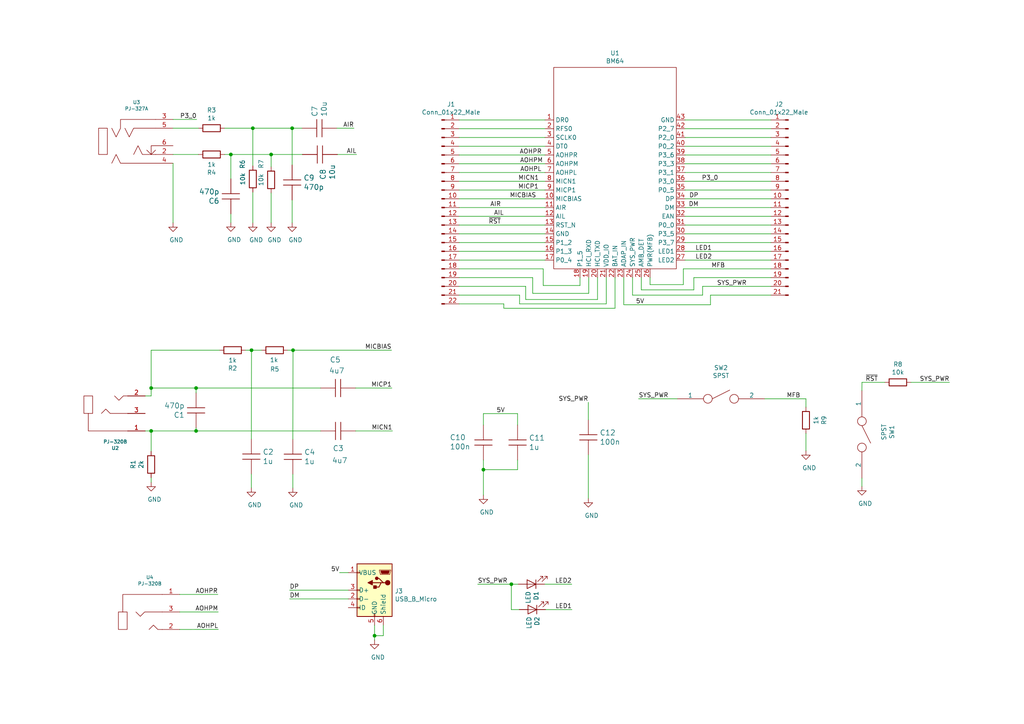
<source format=kicad_sch>
(kicad_sch (version 20200602) (host eeschema "5.99.0-unknown-6083c08~88~ubuntu18.04.1")
  (page 1 1)
  (paper "A4")
  (lib_symbols
    (symbol "BM64_adapter-rescue:BM64-BM64"
      (property "Reference" "U" (at 0 30.48 0))
      (property "Value" "BM64-BM64" (at 0 35.56 0))
      (symbol "BM64-BM64_0_1"
        (rectangle (start -17.78 -17.78) (end 17.78 40.64))
      )
      (symbol "BM64-BM64_1_1"
        (pin bidirectional line (at -20.32 25.4 0) (length 2.54) (name "DR0") (number "1"))
        (pin bidirectional line (at -20.32 2.54 0) (length 2.54) (name "MICBIAS") (number "10"))
        (pin bidirectional line (at -20.32 0 0) (length 2.54) (name "AIR") (number "11"))
        (pin bidirectional line (at -20.32 -2.54 0) (length 2.54) (name "AIL") (number "12"))
        (pin bidirectional line (at -20.32 -5.08 0) (length 2.54) (name "RST_N") (number "13"))
        (pin power_in line (at -20.32 -7.62 0) (length 2.54) (name "GND") (number "14"))
        (pin bidirectional line (at -20.32 -10.16 0) (length 2.54) (name "P1_2") (number "15"))
        (pin bidirectional line (at -20.32 -12.7 0) (length 2.54) (name "P1_3") (number "16"))
        (pin bidirectional line (at -20.32 -15.24 0) (length 2.54) (name "P0_4") (number "17"))
        (pin bidirectional line (at -10.16 -20.32 90) (length 2.54) (name "P1_5") (number "18"))
        (pin bidirectional line (at -7.62 -20.32 90) (length 2.54) (name "HCI_RXD") (number "19"))
        (pin bidirectional line (at -20.32 22.86 0) (length 2.54) (name "RFS0") (number "2"))
        (pin bidirectional line (at -5.08 -20.32 90) (length 2.54) (name "HCI_TXD") (number "20"))
        (pin bidirectional line (at -2.54 -20.32 90) (length 2.54) (name "VDD_IO") (number "21"))
        (pin bidirectional line (at 0 -20.32 90) (length 2.54) (name "BAT_IN") (number "22"))
        (pin bidirectional line (at 2.54 -20.32 90) (length 2.54) (name "ADAP_IN") (number "23"))
        (pin bidirectional line (at 5.08 -20.32 90) (length 2.54) (name "SYS_PWR") (number "24"))
        (pin bidirectional line (at 7.62 -20.32 90) (length 2.54) (name "AMB_DET") (number "25"))
        (pin bidirectional line (at 10.16 -20.32 90) (length 2.54) (name "PWR(MFB)") (number "26"))
        (pin bidirectional line (at 20.32 -15.24 180) (length 2.54) (name "LED2") (number "27"))
        (pin bidirectional line (at 20.32 -12.7 180) (length 2.54) (name "LED1") (number "28"))
        (pin bidirectional line (at 20.32 -10.16 180) (length 2.54) (name "P3_7") (number "29"))
        (pin bidirectional line (at -20.32 20.32 0) (length 2.54) (name "SCLK0") (number "3"))
        (pin bidirectional line (at 20.32 -7.62 180) (length 2.54) (name "P3_5") (number "30"))
        (pin bidirectional line (at 20.32 -5.08 180) (length 2.54) (name "P0_0") (number "31"))
        (pin bidirectional line (at 20.32 -2.54 180) (length 2.54) (name "EAN") (number "32"))
        (pin bidirectional line (at 20.32 0 180) (length 2.54) (name "DM") (number "33"))
        (pin bidirectional line (at 20.32 2.54 180) (length 2.54) (name "DP") (number "34"))
        (pin bidirectional line (at 20.32 5.08 180) (length 2.54) (name "P0_5") (number "35"))
        (pin bidirectional line (at 20.32 7.62 180) (length 2.54) (name "P3_0") (number "36"))
        (pin bidirectional line (at 20.32 10.16 180) (length 2.54) (name "P3_1") (number "37"))
        (pin bidirectional line (at 20.32 12.7 180) (length 2.54) (name "P3_3") (number "38"))
        (pin bidirectional line (at 20.32 15.24 180) (length 2.54) (name "P3_6") (number "39"))
        (pin bidirectional line (at -20.32 17.78 0) (length 2.54) (name "DT0") (number "4"))
        (pin bidirectional line (at 20.32 17.78 180) (length 2.54) (name "P0_2") (number "40"))
        (pin bidirectional line (at 20.32 20.32 180) (length 2.54) (name "P2_0") (number "41"))
        (pin bidirectional line (at 20.32 22.86 180) (length 2.54) (name "P2_7") (number "42"))
        (pin bidirectional line (at 20.32 25.4 180) (length 2.54) (name "GND") (number "43"))
        (pin bidirectional line (at -20.32 15.24 0) (length 2.54) (name "AOHPR") (number "5"))
        (pin bidirectional line (at -20.32 12.7 0) (length 2.54) (name "AOHPM") (number "6"))
        (pin bidirectional line (at -20.32 10.16 0) (length 2.54) (name "AOHPL") (number "7"))
        (pin bidirectional line (at -20.32 7.62 0) (length 2.54) (name "MICN1") (number "8"))
        (pin bidirectional line (at -20.32 5.08 0) (length 2.54) (name "MICP1") (number "9"))
      )
    )
    (symbol "Connector:Conn_01x21_Male" (pin_names hide)
      (property "Reference" "J" (at 0 27.94 0))
      (property "Value" "Conn_01x21_Male" (at 0 -27.94 0))
      (symbol "Conn_01x21_Male_1_1"
        (rectangle (start 0.8636 -25.273) (end 0 -25.527) (fill (type outline)))
        (rectangle (start 0.8636 -22.733) (end 0 -22.987) (fill (type outline)))
        (rectangle (start 0.8636 -20.193) (end 0 -20.447) (fill (type outline)))
        (rectangle (start 0.8636 -17.653) (end 0 -17.907) (fill (type outline)))
        (rectangle (start 0.8636 -15.113) (end 0 -15.367) (fill (type outline)))
        (rectangle (start 0.8636 -12.573) (end 0 -12.827) (fill (type outline)))
        (rectangle (start 0.8636 -10.033) (end 0 -10.287) (fill (type outline)))
        (rectangle (start 0.8636 -7.493) (end 0 -7.747) (fill (type outline)))
        (rectangle (start 0.8636 -4.953) (end 0 -5.207) (fill (type outline)))
        (rectangle (start 0.8636 -2.413) (end 0 -2.667) (fill (type outline)))
        (rectangle (start 0.8636 0.127) (end 0 -0.127) (fill (type outline)))
        (rectangle (start 0.8636 2.667) (end 0 2.413) (fill (type outline)))
        (rectangle (start 0.8636 5.207) (end 0 4.953) (fill (type outline)))
        (rectangle (start 0.8636 7.747) (end 0 7.493) (fill (type outline)))
        (rectangle (start 0.8636 10.287) (end 0 10.033) (fill (type outline)))
        (rectangle (start 0.8636 12.827) (end 0 12.573) (fill (type outline)))
        (rectangle (start 0.8636 15.367) (end 0 15.113) (fill (type outline)))
        (rectangle (start 0.8636 17.907) (end 0 17.653) (fill (type outline)))
        (rectangle (start 0.8636 20.447) (end 0 20.193) (fill (type outline)))
        (rectangle (start 0.8636 22.987) (end 0 22.733) (fill (type outline)))
        (rectangle (start 0.8636 25.527) (end 0 25.273) (fill (type outline)))
        (polyline (pts (xy 1.27 -25.4) (xy 0.8636 -25.4)))
        (polyline (pts (xy 1.27 -22.86) (xy 0.8636 -22.86)))
        (polyline (pts (xy 1.27 -20.32) (xy 0.8636 -20.32)))
        (polyline (pts (xy 1.27 -17.78) (xy 0.8636 -17.78)))
        (polyline (pts (xy 1.27 -15.24) (xy 0.8636 -15.24)))
        (polyline (pts (xy 1.27 -12.7) (xy 0.8636 -12.7)))
        (polyline (pts (xy 1.27 -10.16) (xy 0.8636 -10.16)))
        (polyline (pts (xy 1.27 -7.62) (xy 0.8636 -7.62)))
        (polyline (pts (xy 1.27 -5.08) (xy 0.8636 -5.08)))
        (polyline (pts (xy 1.27 -2.54) (xy 0.8636 -2.54)))
        (polyline (pts (xy 1.27 0) (xy 0.8636 0)))
        (polyline (pts (xy 1.27 2.54) (xy 0.8636 2.54)))
        (polyline (pts (xy 1.27 5.08) (xy 0.8636 5.08)))
        (polyline (pts (xy 1.27 7.62) (xy 0.8636 7.62)))
        (polyline (pts (xy 1.27 10.16) (xy 0.8636 10.16)))
        (polyline (pts (xy 1.27 12.7) (xy 0.8636 12.7)))
        (polyline (pts (xy 1.27 15.24) (xy 0.8636 15.24)))
        (polyline (pts (xy 1.27 17.78) (xy 0.8636 17.78)))
        (polyline (pts (xy 1.27 20.32) (xy 0.8636 20.32)))
        (polyline (pts (xy 1.27 22.86) (xy 0.8636 22.86)))
        (polyline (pts (xy 1.27 25.4) (xy 0.8636 25.4)))
        (pin passive line (at 5.08 25.4 180) (length 3.81) (name "Pin_1") (number "1"))
        (pin passive line (at 5.08 2.54 180) (length 3.81) (name "Pin_10") (number "10"))
        (pin passive line (at 5.08 0 180) (length 3.81) (name "Pin_11") (number "11"))
        (pin passive line (at 5.08 -2.54 180) (length 3.81) (name "Pin_12") (number "12"))
        (pin passive line (at 5.08 -5.08 180) (length 3.81) (name "Pin_13") (number "13"))
        (pin passive line (at 5.08 -7.62 180) (length 3.81) (name "Pin_14") (number "14"))
        (pin passive line (at 5.08 -10.16 180) (length 3.81) (name "Pin_15") (number "15"))
        (pin passive line (at 5.08 -12.7 180) (length 3.81) (name "Pin_16") (number "16"))
        (pin passive line (at 5.08 -15.24 180) (length 3.81) (name "Pin_17") (number "17"))
        (pin passive line (at 5.08 -17.78 180) (length 3.81) (name "Pin_18") (number "18"))
        (pin passive line (at 5.08 -20.32 180) (length 3.81) (name "Pin_19") (number "19"))
        (pin passive line (at 5.08 22.86 180) (length 3.81) (name "Pin_2") (number "2"))
        (pin passive line (at 5.08 -22.86 180) (length 3.81) (name "Pin_20") (number "20"))
        (pin passive line (at 5.08 -25.4 180) (length 3.81) (name "Pin_21") (number "21"))
        (pin passive line (at 5.08 20.32 180) (length 3.81) (name "Pin_3") (number "3"))
        (pin passive line (at 5.08 17.78 180) (length 3.81) (name "Pin_4") (number "4"))
        (pin passive line (at 5.08 15.24 180) (length 3.81) (name "Pin_5") (number "5"))
        (pin passive line (at 5.08 12.7 180) (length 3.81) (name "Pin_6") (number "6"))
        (pin passive line (at 5.08 10.16 180) (length 3.81) (name "Pin_7") (number "7"))
        (pin passive line (at 5.08 7.62 180) (length 3.81) (name "Pin_8") (number "8"))
        (pin passive line (at 5.08 5.08 180) (length 3.81) (name "Pin_9") (number "9"))
      )
    )
    (symbol "Connector:Conn_01x22_Male" (pin_names hide)
      (property "Reference" "J" (at 0 27.94 0))
      (property "Value" "Conn_01x22_Male" (at 0 -30.48 0))
      (symbol "Conn_01x22_Male_1_1"
        (rectangle (start 0.8636 -27.813) (end 0 -28.067) (fill (type outline)))
        (rectangle (start 0.8636 -25.273) (end 0 -25.527) (fill (type outline)))
        (rectangle (start 0.8636 -22.733) (end 0 -22.987) (fill (type outline)))
        (rectangle (start 0.8636 -20.193) (end 0 -20.447) (fill (type outline)))
        (rectangle (start 0.8636 -17.653) (end 0 -17.907) (fill (type outline)))
        (rectangle (start 0.8636 -15.113) (end 0 -15.367) (fill (type outline)))
        (rectangle (start 0.8636 -12.573) (end 0 -12.827) (fill (type outline)))
        (rectangle (start 0.8636 -10.033) (end 0 -10.287) (fill (type outline)))
        (rectangle (start 0.8636 -7.493) (end 0 -7.747) (fill (type outline)))
        (rectangle (start 0.8636 -4.953) (end 0 -5.207) (fill (type outline)))
        (rectangle (start 0.8636 -2.413) (end 0 -2.667) (fill (type outline)))
        (rectangle (start 0.8636 0.127) (end 0 -0.127) (fill (type outline)))
        (rectangle (start 0.8636 2.667) (end 0 2.413) (fill (type outline)))
        (rectangle (start 0.8636 5.207) (end 0 4.953) (fill (type outline)))
        (rectangle (start 0.8636 7.747) (end 0 7.493) (fill (type outline)))
        (rectangle (start 0.8636 10.287) (end 0 10.033) (fill (type outline)))
        (rectangle (start 0.8636 12.827) (end 0 12.573) (fill (type outline)))
        (rectangle (start 0.8636 15.367) (end 0 15.113) (fill (type outline)))
        (rectangle (start 0.8636 17.907) (end 0 17.653) (fill (type outline)))
        (rectangle (start 0.8636 20.447) (end 0 20.193) (fill (type outline)))
        (rectangle (start 0.8636 22.987) (end 0 22.733) (fill (type outline)))
        (rectangle (start 0.8636 25.527) (end 0 25.273) (fill (type outline)))
        (polyline (pts (xy 1.27 -27.94) (xy 0.8636 -27.94)))
        (polyline (pts (xy 1.27 -25.4) (xy 0.8636 -25.4)))
        (polyline (pts (xy 1.27 -22.86) (xy 0.8636 -22.86)))
        (polyline (pts (xy 1.27 -20.32) (xy 0.8636 -20.32)))
        (polyline (pts (xy 1.27 -17.78) (xy 0.8636 -17.78)))
        (polyline (pts (xy 1.27 -15.24) (xy 0.8636 -15.24)))
        (polyline (pts (xy 1.27 -12.7) (xy 0.8636 -12.7)))
        (polyline (pts (xy 1.27 -10.16) (xy 0.8636 -10.16)))
        (polyline (pts (xy 1.27 -7.62) (xy 0.8636 -7.62)))
        (polyline (pts (xy 1.27 -5.08) (xy 0.8636 -5.08)))
        (polyline (pts (xy 1.27 -2.54) (xy 0.8636 -2.54)))
        (polyline (pts (xy 1.27 0) (xy 0.8636 0)))
        (polyline (pts (xy 1.27 2.54) (xy 0.8636 2.54)))
        (polyline (pts (xy 1.27 5.08) (xy 0.8636 5.08)))
        (polyline (pts (xy 1.27 7.62) (xy 0.8636 7.62)))
        (polyline (pts (xy 1.27 10.16) (xy 0.8636 10.16)))
        (polyline (pts (xy 1.27 12.7) (xy 0.8636 12.7)))
        (polyline (pts (xy 1.27 15.24) (xy 0.8636 15.24)))
        (polyline (pts (xy 1.27 17.78) (xy 0.8636 17.78)))
        (polyline (pts (xy 1.27 20.32) (xy 0.8636 20.32)))
        (polyline (pts (xy 1.27 22.86) (xy 0.8636 22.86)))
        (polyline (pts (xy 1.27 25.4) (xy 0.8636 25.4)))
        (pin passive line (at 5.08 25.4 180) (length 3.81) (name "Pin_1") (number "1"))
        (pin passive line (at 5.08 2.54 180) (length 3.81) (name "Pin_10") (number "10"))
        (pin passive line (at 5.08 0 180) (length 3.81) (name "Pin_11") (number "11"))
        (pin passive line (at 5.08 -2.54 180) (length 3.81) (name "Pin_12") (number "12"))
        (pin passive line (at 5.08 -5.08 180) (length 3.81) (name "Pin_13") (number "13"))
        (pin passive line (at 5.08 -7.62 180) (length 3.81) (name "Pin_14") (number "14"))
        (pin passive line (at 5.08 -10.16 180) (length 3.81) (name "Pin_15") (number "15"))
        (pin passive line (at 5.08 -12.7 180) (length 3.81) (name "Pin_16") (number "16"))
        (pin passive line (at 5.08 -15.24 180) (length 3.81) (name "Pin_17") (number "17"))
        (pin passive line (at 5.08 -17.78 180) (length 3.81) (name "Pin_18") (number "18"))
        (pin passive line (at 5.08 -20.32 180) (length 3.81) (name "Pin_19") (number "19"))
        (pin passive line (at 5.08 22.86 180) (length 3.81) (name "Pin_2") (number "2"))
        (pin passive line (at 5.08 -22.86 180) (length 3.81) (name "Pin_20") (number "20"))
        (pin passive line (at 5.08 -25.4 180) (length 3.81) (name "Pin_21") (number "21"))
        (pin passive line (at 5.08 -27.94 180) (length 3.81) (name "Pin_22") (number "22"))
        (pin passive line (at 5.08 20.32 180) (length 3.81) (name "Pin_3") (number "3"))
        (pin passive line (at 5.08 17.78 180) (length 3.81) (name "Pin_4") (number "4"))
        (pin passive line (at 5.08 15.24 180) (length 3.81) (name "Pin_5") (number "5"))
        (pin passive line (at 5.08 12.7 180) (length 3.81) (name "Pin_6") (number "6"))
        (pin passive line (at 5.08 10.16 180) (length 3.81) (name "Pin_7") (number "7"))
        (pin passive line (at 5.08 7.62 180) (length 3.81) (name "Pin_8") (number "8"))
        (pin passive line (at 5.08 5.08 180) (length 3.81) (name "Pin_9") (number "9"))
      )
    )
    (symbol "Connector:USB_B_Micro"
      (property "Reference" "J" (at -5.08 11.43 0))
      (property "Value" "USB_B_Micro" (at -5.08 8.89 0))
      (symbol "USB_B_Micro_0_1"
        (circle (center -3.81 2.159) (radius 0.635) (stroke (width 0.254)) (fill (type outline)))
        (circle (center -0.635 3.429) (radius 0.381) (stroke (width 0.254)) (fill (type outline)))
        (rectangle (start -5.08 -7.62) (end 5.08 7.62) (stroke (width 0.254)) (fill (type background)))
        (rectangle (start -0.127 -7.62) (end 0.127 -6.858))
        (rectangle (start 0.254 1.27) (end -0.508 0.508) (stroke (width 0.254)) (fill (type outline)))
        (rectangle (start 5.08 -5.207) (end 4.318 -4.953))
        (rectangle (start 5.08 -2.667) (end 4.318 -2.413))
        (rectangle (start 5.08 -0.127) (end 4.318 0.127))
        (rectangle (start 5.08 4.953) (end 4.318 5.207))
        (polyline (pts (xy -1.905 2.159) (xy 0.635 2.159)) (stroke (width 0.254)))
        (polyline (pts (xy -3.175 2.159) (xy -2.54 2.159) (xy -1.27 3.429) (xy -0.635 3.429)) (stroke (width 0.254)))
        (polyline (pts (xy -2.54 2.159) (xy -1.905 2.159) (xy -1.27 0.889) (xy 0 0.889)) (stroke (width 0.254)))
        (polyline (pts (xy 0.635 2.794) (xy 0.635 1.524) (xy 1.905 2.159) (xy 0.635 2.794)) (stroke (width 0.254)) (fill (type outline)))
        (polyline (pts (xy -4.318 5.588) (xy -1.778 5.588) (xy -2.032 4.826) (xy -4.064 4.826) (xy -4.318 5.588)) (fill (type outline)))
        (polyline (pts (xy -4.699 5.842) (xy -4.699 5.588) (xy -4.445 4.826) (xy -4.445 4.572) (xy -1.651 4.572) (xy -1.651 4.826) (xy -1.397 5.588) (xy -1.397 5.842) (xy -4.699 5.842)))
      )
      (symbol "USB_B_Micro_1_1"
        (pin power_out line (at 7.62 5.08 180) (length 2.54) (name "VBUS") (number "1"))
        (pin passive line (at 7.62 -2.54 180) (length 2.54) (name "D-") (number "2"))
        (pin passive line (at 7.62 0 180) (length 2.54) (name "D+") (number "3"))
        (pin passive line (at 7.62 -5.08 180) (length 2.54) (name "ID") (number "4"))
        (pin power_out line (at 0 -10.16 90) (length 2.54) (name "GND") (number "5"))
        (pin passive line (at -2.54 -10.16 90) (length 2.54) (name "Shield") (number "6"))
      )
    )
    (symbol "Device:LED" (pin_numbers hide) (pin_names hide)
      (property "Reference" "D" (at 0 2.54 0))
      (property "Value" "LED" (at 0 -2.54 0))
      (symbol "LED_0_1"
        (polyline (pts (xy -1.27 -1.27) (xy -1.27 1.27)) (stroke (width 0.2032)))
        (polyline (pts (xy -1.27 0) (xy 1.27 0)))
        (polyline (pts (xy 1.27 -1.27) (xy 1.27 1.27) (xy -1.27 0) (xy 1.27 -1.27)) (stroke (width 0.2032)))
        (polyline (pts (xy -3.048 -0.762) (xy -4.572 -2.286) (xy -3.81 -2.286) (xy -4.572 -2.286) (xy -4.572 -1.524)))
        (polyline (pts (xy -1.778 -0.762) (xy -3.302 -2.286) (xy -2.54 -2.286) (xy -3.302 -2.286) (xy -3.302 -1.524)))
      )
      (symbol "LED_1_1"
        (pin passive line (at -3.81 0 0) (length 2.54) (name "K") (number "1"))
        (pin passive line (at 3.81 0 180) (length 2.54) (name "A") (number "2"))
      )
    )
    (symbol "Device:R" (pin_numbers hide) (pin_names (offset 0))
      (property "Reference" "R" (at 2.032 0 90))
      (property "Value" "R" (at 0 0 90))
      (symbol "R_0_1"
        (rectangle (start -1.016 -2.54) (end 1.016 2.54) (stroke (width 0.254)))
      )
      (symbol "R_1_1"
        (pin passive line (at 0 3.81 270) (length 1.27) (name "~") (number "1"))
        (pin passive line (at 0 -3.81 90) (length 1.27) (name "~") (number "2"))
      )
    )
    (symbol "c:C" (pin_numbers hide) (pin_names (offset 0.254))
      (property "Reference" "C" (at 1.27 2.54 0))
      (property "Value" "C" (at 1.27 -2.54 0))
      (symbol "C_0_1"
        (polyline (pts (xy -2.54 -0.762) (xy 2.54 -0.762)) (stroke (width 0.2032)))
        (polyline (pts (xy -2.54 0.762) (xy 2.54 0.762)) (stroke (width 0.2032)))
      )
      (symbol "C_1_1"
        (pin passive line (at 0 5.08 270) (length 4.318) (name "~") (number "1"))
        (pin passive line (at 0 -5.08 90) (length 4.318) (name "~") (number "2"))
      )
    )
    (symbol "jacks:PJ-320B"
      (property "Reference" "U" (at 0 12.7 0))
      (property "Value" "PJ-320B" (at 0 11.43 0))
      (symbol "PJ-320B_0_1"
        (rectangle (start -5.08 2.54) (end -7.62 -2.54))
        (polyline (pts (xy 5.08 7.62) (xy -6.35 7.62) (xy -6.35 2.54)))
        (polyline (pts (xy 1.27 -2.54) (xy 2.54 -1.27) (xy 3.81 -2.54) (xy 5.08 -2.54)))
        (polyline (pts (xy 5.08 2.54) (xy 0 2.54) (xy -1.27 1.27) (xy -2.54 2.54)))
      )
      (symbol "PJ-320B_1_1"
        (pin output line (at 10.16 7.62 180) (length 5.08) (name "~") (number "1"))
        (pin output line (at 10.16 -2.54 180) (length 5.08) (name "~") (number "2"))
        (pin output line (at 10.16 2.54 180) (length 5.08) (name "~") (number "3"))
      )
    )
    (symbol "jacks:PJ-327A"
      (property "Reference" "U" (at -1.27 12.7 0))
      (property "Value" "PJ-327A" (at -1.27 10.16 0))
      (symbol "PJ-327A_0_1"
        (rectangle (start -8.89 5.08) (end -11.43 -2.54))
        (polyline (pts (xy 3.81 -2.54) (xy 5.08 -1.27)))
        (polyline (pts (xy -3.81 5.08) (xy -2.54 2.54) (xy -1.27 5.08) (xy 5.08 5.08)))
        (polyline (pts (xy 5.08 -5.08) (xy -5.08 -5.08) (xy -6.35 -2.54) (xy -7.62 -5.08)))
        (polyline (pts (xy 5.08 -2.54) (xy 1.27 -2.54) (xy 0 0) (xy -1.27 -2.54)))
        (polyline (pts (xy 5.08 0) (xy 3.81 0) (xy 3.81 -2.54) (xy 2.54 -1.27)))
        (polyline (pts (xy -7.62 5.08) (xy -6.35 2.54) (xy -5.08 5.08) (xy -5.08 7.62) (xy 5.08 7.62)))
      )
      (symbol "PJ-327A_1_1"
        (pin output line (at 10.16 -2.54 180) (length 5.08) (name "~") (number "2"))
        (pin output line (at 10.16 7.62 180) (length 5.08) (name "~") (number "3"))
        (pin output line (at 10.16 -5.08 180) (length 5.08) (name "~") (number "4"))
        (pin output line (at 10.16 5.08 180) (length 5.08) (name "~") (number "5"))
        (pin output line (at 10.16 0 180) (length 5.08) (name "~") (number "6"))
      )
    )
    (symbol "power:GND" (power) (pin_names (offset 0))
      (property "Value" "GND" (at 0 -3.81 0))
      (symbol "GND_0_1"
        (polyline (pts (xy 0 0) (xy 0 -1.27) (xy 1.27 -1.27) (xy 0 -2.54) (xy -1.27 -1.27) (xy 0 -1.27)))
      )
      (symbol "GND_1_1"
        (pin power_in line (at 0 0 270) (length 0) hide (name "GND") (number "1"))
      )
    )
    (symbol "tinkerforge:SPST" (pin_numbers hide) (pin_names (offset 0))
      (property "Reference" "SW" (at 0 2.54 0))
      (property "Value" "SPST" (at 0 -2.54 0))
      (symbol "SPST_0_0"
        (circle (center -3.81 0) (radius 1.27))
        (circle (center 3.81 0) (radius 1.27))
        (polyline (pts (xy -2.54 0) (xy 2.54 2.54)))
      )
      (symbol "SPST_1_1"
        (pin input line (at -12.7 0 0) (length 7.62) (name "1") (number "1"))
        (pin input line (at 12.7 0 180) (length 7.62) (name "2") (number "2"))
      )
    )
  )
  (junction (at 43.8404 112.5474))
  (junction (at 43.8404 124.9934))
  (junction (at 56.8706 112.5474))
  (junction (at 56.8706 124.9934))
  (junction (at 66.9544 44.8056))
  (junction (at 72.9488 101.5746))
  (junction (at 73.3298 37.1856))
  (junction (at 78.6384 44.8056))
  (junction (at 84.7344 37.1856))
  (junction (at 84.9884 101.5746))
  (junction (at 108.6358 184.3786))
  (junction (at 140.208 136.2202))
  (junction (at 148.3106 169.4434))
  (wire (pts (xy 42.1132 114.8334) (xy 43.8404 114.8334)))
  (wire (pts (xy 42.1132 124.9934) (xy 43.8404 124.9934)))
  (wire (pts (xy 43.8404 101.5746) (xy 43.8404 112.5474)))
  (wire (pts (xy 43.8404 112.5474) (xy 43.8404 114.8334)))
  (wire (pts (xy 43.8404 124.9934) (xy 43.8404 130.9116)))
  (wire (pts (xy 43.8404 124.9934) (xy 56.8706 124.9934)))
  (wire (pts (xy 43.8404 138.5316) (xy 43.8404 139.8778)))
  (wire (pts (xy 50.1904 34.6456) (xy 57.0484 34.6456)))
  (wire (pts (xy 50.1904 37.1856) (xy 57.5564 37.1856)))
  (wire (pts (xy 50.1904 44.8056) (xy 57.5564 44.8056)))
  (wire (pts (xy 50.1904 47.3456) (xy 50.1904 64.6176)))
  (wire (pts (xy 52.1208 172.4152) (xy 63.1952 172.4152)))
  (wire (pts (xy 52.1208 182.5752) (xy 63.3222 182.5498)))
  (wire (pts (xy 56.8706 112.5474) (xy 43.8404 112.5474)))
  (wire (pts (xy 56.8706 112.5474) (xy 92.964 112.5474)))
  (wire (pts (xy 56.8706 113.9444) (xy 56.8706 112.5474)))
  (wire (pts (xy 56.8706 124.1044) (xy 56.8706 124.9934)))
  (wire (pts (xy 56.8706 124.9934) (xy 92.9894 124.9934)))
  (wire (pts (xy 63.2968 177.4952) (xy 52.1208 177.4952)))
  (wire (pts (xy 63.6524 101.5746) (xy 43.8404 101.5746)))
  (wire (pts (xy 65.1764 37.1856) (xy 73.3298 37.1856)))
  (wire (pts (xy 65.1764 44.8056) (xy 66.9544 44.8056)))
  (wire (pts (xy 66.9544 44.8056) (xy 66.9544 51.8668)))
  (wire (pts (xy 66.9544 44.8056) (xy 78.6384 44.8056)))
  (wire (pts (xy 66.9544 62.0268) (xy 66.9544 64.5668)))
  (wire (pts (xy 71.2724 101.5746) (xy 72.9488 101.5746)))
  (wire (pts (xy 72.898 137.5156) (xy 72.898 141.478)))
  (wire (pts (xy 72.9488 101.5746) (xy 72.898 127.3556)))
  (wire (pts (xy 72.9488 101.5746) (xy 75.8444 101.5746)))
  (wire (pts (xy 73.3298 37.1856) (xy 73.3298 48.1076)))
  (wire (pts (xy 73.3298 55.7276) (xy 73.3298 64.6176)))
  (wire (pts (xy 78.6384 44.8056) (xy 78.6384 48.3616)))
  (wire (pts (xy 78.6384 44.8056) (xy 87.7062 44.8056)))
  (wire (pts (xy 78.6384 55.9816) (xy 78.6384 64.6176)))
  (wire (pts (xy 83.4644 101.5746) (xy 84.9884 101.5746)))
  (wire (pts (xy 83.9978 173.7106) (xy 101.0158 173.7106)))
  (wire (pts (xy 84.7344 37.1856) (xy 73.3298 37.1856)))
  (wire (pts (xy 84.7344 37.1856) (xy 84.7344 47.8536)))
  (wire (pts (xy 84.7344 58.0136) (xy 84.7344 64.6176)))
  (wire (pts (xy 84.9376 137.5664) (xy 84.9376 141.5288)))
  (wire (pts (xy 84.9884 101.5746) (xy 84.9376 127.4064)))
  (wire (pts (xy 84.9884 101.5746) (xy 113.5634 101.5746)))
  (wire (pts (xy 87.5538 37.1856) (xy 84.7344 37.1856)))
  (wire (pts (xy 97.8662 44.8056) (xy 103.4288 44.8056)))
  (wire (pts (xy 98.4758 166.0906) (xy 101.0158 166.0906)))
  (wire (pts (xy 101.0158 171.1706) (xy 83.9978 171.1706)))
  (wire (pts (xy 102.6668 37.1856) (xy 97.7138 37.1856)))
  (wire (pts (xy 103.124 112.5474) (xy 113.665 112.5474)))
  (wire (pts (xy 103.1494 124.9934) (xy 113.8428 124.9934)))
  (wire (pts (xy 108.6358 181.3306) (xy 108.6358 184.3786)))
  (wire (pts (xy 108.6358 184.3786) (xy 108.6358 185.674)))
  (wire (pts (xy 111.1758 181.3306) (xy 111.1758 184.3786)))
  (wire (pts (xy 111.1758 184.3786) (xy 108.6358 184.3786)))
  (wire (pts (xy 133.1722 34.798) (xy 158.0642 34.798)))
  (wire (pts (xy 133.1722 37.338) (xy 158.0642 37.338)))
  (wire (pts (xy 133.1722 39.878) (xy 158.0642 39.878)))
  (wire (pts (xy 133.1722 42.418) (xy 158.0642 42.418)))
  (wire (pts (xy 133.1722 44.958) (xy 158.0642 44.958)))
  (wire (pts (xy 133.1722 47.498) (xy 158.0642 47.498)))
  (wire (pts (xy 133.1722 50.038) (xy 158.0642 50.038)))
  (wire (pts (xy 133.1722 52.578) (xy 158.0642 52.578)))
  (wire (pts (xy 133.1722 55.118) (xy 158.0642 55.118)))
  (wire (pts (xy 133.1722 57.658) (xy 158.0642 57.658)))
  (wire (pts (xy 133.1722 60.198) (xy 158.0642 60.198)))
  (wire (pts (xy 133.1722 62.738) (xy 158.0642 62.738)))
  (wire (pts (xy 133.1722 65.278) (xy 158.0642 65.278)))
  (wire (pts (xy 133.1722 67.818) (xy 158.0642 67.818)))
  (wire (pts (xy 133.1722 70.358) (xy 158.0642 70.358)))
  (wire (pts (xy 133.1722 72.898) (xy 158.0642 72.898)))
  (wire (pts (xy 133.1722 75.438) (xy 158.0642 75.438)))
  (wire (pts (xy 133.1722 77.978) (xy 157.5562 77.978)))
  (wire (pts (xy 133.1722 83.058) (xy 152.4762 83.058)))
  (wire (pts (xy 133.1722 85.598) (xy 150.6982 85.598)))
  (wire (pts (xy 138.557 169.4434) (xy 148.3106 169.4434)))
  (wire (pts (xy 140.208 119.9642) (xy 140.208 123.2662)))
  (wire (pts (xy 140.208 136.2202) (xy 140.208 133.4262)))
  (wire (pts (xy 140.208 136.2202) (xy 140.208 143.5862)))
  (wire (pts (xy 140.208 136.2202) (xy 150.114 136.2202)))
  (wire (pts (xy 146.1262 88.138) (xy 133.1722 88.138)))
  (wire (pts (xy 146.1262 89.408) (xy 146.1262 88.138)))
  (wire (pts (xy 148.3106 169.4434) (xy 148.3106 176.8094)))
  (wire (pts (xy 148.3106 176.8094) (xy 150.5966 176.8094)))
  (wire (pts (xy 150.114 119.9642) (xy 140.208 119.9642)))
  (wire (pts (xy 150.114 123.2662) (xy 150.114 119.9642)))
  (wire (pts (xy 150.114 136.2202) (xy 150.114 133.4262)))
  (wire (pts (xy 150.3426 169.4434) (xy 148.3106 169.4434)))
  (wire (pts (xy 150.6982 85.598) (xy 150.6982 88.138)))
  (wire (pts (xy 150.6982 88.138) (xy 175.8442 88.138)))
  (wire (pts (xy 152.4762 83.058) (xy 152.4762 86.868)))
  (wire (pts (xy 152.4762 86.868) (xy 173.3042 86.868)))
  (wire (pts (xy 154.5082 80.518) (xy 133.1722 80.518)))
  (wire (pts (xy 154.5082 85.09) (xy 154.5082 80.518)))
  (wire (pts (xy 157.5562 77.978) (xy 157.5562 82.804)))
  (wire (pts (xy 157.5562 82.804) (xy 168.2242 82.804)))
  (wire (pts (xy 165.8366 169.4434) (xy 157.9626 169.4434)))
  (wire (pts (xy 165.8874 176.8094) (xy 158.2166 176.8094)))
  (wire (pts (xy 168.2242 82.804) (xy 168.2242 80.518)))
  (wire (pts (xy 170.6372 116.6876) (xy 170.6372 121.7676)))
  (wire (pts (xy 170.6372 131.9276) (xy 170.6372 144.5514)))
  (wire (pts (xy 170.7642 80.518) (xy 170.7642 85.09)))
  (wire (pts (xy 170.7642 85.09) (xy 154.5082 85.09)))
  (wire (pts (xy 173.3042 86.868) (xy 173.3042 80.518)))
  (wire (pts (xy 175.8442 88.138) (xy 175.8442 80.518)))
  (wire (pts (xy 178.3842 80.518) (xy 178.3842 89.408)))
  (wire (pts (xy 178.3842 89.408) (xy 146.1262 89.408)))
  (wire (pts (xy 180.9242 80.518) (xy 180.9242 88.392)))
  (wire (pts (xy 180.9242 88.392) (xy 206.0702 88.392)))
  (wire (pts (xy 183.4642 85.598) (xy 183.4642 80.518)))
  (wire (pts (xy 186.0042 80.518) (xy 186.0042 84.074)))
  (wire (pts (xy 186.0042 84.074) (xy 201.2442 84.074)))
  (wire (pts (xy 188.5442 80.518) (xy 188.5442 82.55)))
  (wire (pts (xy 188.5442 82.55) (xy 198.1962 82.55)))
  (wire (pts (xy 196.4182 115.6716) (xy 185.2168 115.6716)))
  (wire (pts (xy 198.1962 77.978) (xy 223.5962 77.978)))
  (wire (pts (xy 198.1962 82.55) (xy 198.1962 77.978)))
  (wire (pts (xy 198.7042 34.798) (xy 223.5962 34.798)))
  (wire (pts (xy 198.7042 37.338) (xy 223.5962 37.338)))
  (wire (pts (xy 198.7042 39.878) (xy 223.5962 39.878)))
  (wire (pts (xy 198.7042 42.418) (xy 223.5962 42.418)))
  (wire (pts (xy 198.7042 44.958) (xy 223.5962 44.958)))
  (wire (pts (xy 198.7042 47.498) (xy 223.5962 47.498)))
  (wire (pts (xy 198.7042 50.038) (xy 223.5962 50.038)))
  (wire (pts (xy 198.7042 52.578) (xy 223.5962 52.578)))
  (wire (pts (xy 198.7042 55.118) (xy 223.5962 55.118)))
  (wire (pts (xy 198.7042 57.658) (xy 223.5962 57.658)))
  (wire (pts (xy 198.7042 60.198) (xy 223.5962 60.198)))
  (wire (pts (xy 198.7042 62.738) (xy 223.5962 62.738)))
  (wire (pts (xy 198.7042 65.278) (xy 223.5962 65.278)))
  (wire (pts (xy 198.7042 67.818) (xy 223.5962 67.818)))
  (wire (pts (xy 198.7042 70.358) (xy 223.5962 70.358)))
  (wire (pts (xy 198.7042 72.898) (xy 223.5962 72.898)))
  (wire (pts (xy 198.7042 75.438) (xy 223.5962 75.438)))
  (wire (pts (xy 201.2442 80.518) (xy 223.5962 80.518)))
  (wire (pts (xy 201.2442 84.074) (xy 201.2442 80.518)))
  (wire (pts (xy 203.7842 83.058) (xy 203.7842 85.598)))
  (wire (pts (xy 203.7842 85.598) (xy 183.4642 85.598)))
  (wire (pts (xy 206.0702 85.598) (xy 223.5962 85.598)))
  (wire (pts (xy 206.0702 88.392) (xy 206.0702 85.598)))
  (wire (pts (xy 221.8182 115.6716) (xy 233.7562 115.6716)))
  (wire (pts (xy 223.5962 83.058) (xy 203.7842 83.058)))
  (wire (pts (xy 233.7562 115.6716) (xy 233.7562 118.0846)))
  (wire (pts (xy 233.7562 125.7046) (xy 233.7562 130.7338)))
  (wire (pts (xy 249.9868 138.684) (xy 249.9868 141.0716)))
  (wire (pts (xy 250.0122 110.8964) (xy 249.9868 113.284)))
  (wire (pts (xy 256.6162 110.8964) (xy 250.0122 110.8964)))
  (wire (pts (xy 264.2362 110.8964) (xy 275.3868 110.8964)))
  (label "P3_0" (at 57.0484 34.6456 180))
  (label "AOHPR" (at 63.1952 172.4152 180))
  (label "AOHPM" (at 63.2968 177.4952 180))
  (label "AOHPL" (at 63.3222 182.5498 180))
  (label "DP" (at 83.9978 171.1706 0))
  (label "DM" (at 83.9978 173.7106 0))
  (label "5V" (at 98.4758 166.0906 180))
  (label "AIR" (at 102.6668 37.1856 180))
  (label "AIL" (at 103.4288 44.8056 180))
  (label "MICBIAS" (at 113.5634 101.5746 180))
  (label "MICP1" (at 113.665 112.5474 180))
  (label "MICN1" (at 113.8428 124.9934 180))
  (label "SYS_PWR" (at 138.557 169.4434 0))
  (label "5V" (at 143.9672 119.9642 0))
  (label "AIR" (at 145.3134 60.198 180))
  (label "~RST" (at 145.3388 65.278 180))
  (label "AIL" (at 146.1516 62.738 180))
  (label "MICBIAS" (at 147.828 57.658 0))
  (label "MICP1" (at 150.2664 55.118 0))
  (label "MICN1" (at 150.2918 52.578 0))
  (label "AOHPR" (at 150.6728 44.958 0))
  (label "AOHPM" (at 150.7998 47.498 0))
  (label "AOHPL" (at 150.8506 50.038 0))
  (label "LED2" (at 165.8366 169.4434 180))
  (label "LED1" (at 165.8874 176.8094 180))
  (label "SYS_PWR" (at 170.6372 116.6876 180))
  (label "SYS_PWR" (at 185.2168 115.6716 0))
  (label "5V" (at 186.8932 88.392 180))
  (label "LED1" (at 201.6506 72.898 0))
  (label "LED2" (at 201.676 75.438 0))
  (label "DP" (at 202.6158 57.658 180))
  (label "DM" (at 202.6412 60.198 180))
  (label "MFB" (at 206.2988 77.978 0))
  (label "P3_0" (at 208.3562 52.578 180))
  (label "SYS_PWR" (at 216.5858 83.058 180))
  (label "MFB" (at 228.1428 115.6716 0))
  (label "~RST" (at 254.6604 110.8964 180))
  (label "SYS_PWR" (at 275.3868 110.8964 180))
  (symbol (lib_id "power:GND") (at 43.8404 139.8778 0) (unit 1)
    (property "Reference" "#PWR0106" (effects hide))
    (property "Value" "GND" (at 44.8056 144.8562 0))
  )
  (symbol (lib_id "power:GND") (at 50.1904 64.6176 0) (unit 1)
    (property "Reference" "#PWR0103" (effects hide))
    (property "Value" "GND" (at 51.1556 69.596 0))
  )
  (symbol (lib_id "power:GND") (at 66.9544 64.5668 0) (unit 1)
    (property "Reference" "#PWR0105" (effects hide))
    (property "Value" "GND" (at 67.9196 69.5452 0))
  )
  (symbol (lib_id "power:GND") (at 72.898 141.478 0) (unit 1)
    (property "Reference" "#PWR0108" (effects hide))
    (property "Value" "GND" (at 73.8632 146.4564 0))
  )
  (symbol (lib_id "power:GND") (at 73.3298 64.6176 0) (unit 1)
    (property "Reference" "#PWR0102" (effects hide))
    (property "Value" "GND" (at 74.295 69.596 0))
  )
  (symbol (lib_id "power:GND") (at 78.6384 64.6176 0) (unit 1)
    (property "Reference" "#PWR0101" (effects hide))
    (property "Value" "GND" (at 79.6036 69.596 0))
  )
  (symbol (lib_id "power:GND") (at 84.7344 64.6176 0) (unit 1)
    (property "Reference" "#PWR0104" (effects hide))
    (property "Value" "GND" (at 85.6996 69.596 0))
  )
  (symbol (lib_id "power:GND") (at 84.9376 141.5288 0) (unit 1)
    (property "Reference" "#PWR0107" (effects hide))
    (property "Value" "GND" (at 85.9028 146.5072 0))
  )
  (symbol (lib_id "power:GND") (at 108.6358 185.674 0) (unit 1)
    (property "Reference" "#PWR0109" (effects hide))
    (property "Value" "GND" (at 109.601 190.6524 0))
  )
  (symbol (lib_id "power:GND") (at 140.208 143.5862 0) (unit 1)
    (property "Reference" "#PWR0110" (effects hide))
    (property "Value" "GND" (at 141.1732 148.5646 0))
  )
  (symbol (lib_id "power:GND") (at 170.6372 144.5514 0) (unit 1)
    (property "Reference" "#PWR0111" (effects hide))
    (property "Value" "GND" (at 171.6024 149.5298 0))
  )
  (symbol (lib_id "power:GND") (at 233.7562 130.7338 0) (unit 1)
    (property "Reference" "#PWR0112" (effects hide))
    (property "Value" "GND" (at 234.7214 135.7122 0))
  )
  (symbol (lib_id "power:GND") (at 249.9868 141.0716 0) (unit 1)
    (property "Reference" "#PWR0113" (effects hide))
    (property "Value" "GND" (at 250.952 146.05 0))
  )
  (symbol (lib_id "Device:R") (at 43.8404 134.7216 180) (unit 1)
    (property "Reference" "R1" (at 38.608 134.7216 90))
    (property "Value" "2k" (at 40.9194 134.7216 90))
    (property "Footprint" "Resistors_SMD.pretty:R_0805_HandSoldering" (effects hide))
  )
  (symbol (lib_id "Device:R") (at 61.3664 37.1856 90) (unit 1)
    (property "Reference" "R3" (at 61.3664 31.9532 90))
    (property "Value" "1k" (at 61.3664 34.2646 90))
    (property "Footprint" "Resistors_SMD.pretty:R_0805_HandSoldering" (effects hide))
  )
  (symbol (lib_id "Device:R") (at 61.3664 44.8056 270) (unit 1)
    (property "Reference" "R4" (at 61.3664 50.038 90))
    (property "Value" "1k" (at 61.3664 47.7266 90))
    (property "Footprint" "Resistors_SMD.pretty:R_0805_HandSoldering" (effects hide))
  )
  (symbol (lib_id "Device:R") (at 67.4624 101.5746 270) (unit 1)
    (property "Reference" "R2" (at 67.4624 106.807 90))
    (property "Value" "1k" (at 67.4624 104.4956 90))
    (property "Footprint" "Resistors_SMD.pretty:R_0805_HandSoldering" (effects hide))
  )
  (symbol (lib_id "Device:R") (at 73.3298 51.9176 180) (unit 1)
    (property "Reference" "R6" (at 70.3326 47.625 90))
    (property "Value" "10k" (at 70.4088 51.9176 90))
    (property "Footprint" "Resistors_SMD.pretty:R_0805_HandSoldering" (effects hide))
  )
  (symbol (lib_id "Device:R") (at 78.6384 52.1716 180) (unit 1)
    (property "Reference" "R7" (at 75.7428 47.5742 90))
    (property "Value" "10k" (at 75.7174 52.1716 90))
    (property "Footprint" "Resistors_SMD.pretty:R_0805_HandSoldering" (effects hide))
  )
  (symbol (lib_id "Device:R") (at 79.6544 101.5746 90) (unit 1)
    (property "Reference" "R5" (at 79.6798 107.0864 90))
    (property "Value" "1k" (at 79.4766 104.394 90))
    (property "Footprint" "Resistors_SMD.pretty:R_0805_HandSoldering" (effects hide))
  )
  (symbol (lib_id "Device:R") (at 233.7562 121.8946 0) (unit 1)
    (property "Reference" "R9" (at 238.9886 121.8946 90))
    (property "Value" "1k" (at 236.6772 121.8946 90))
    (property "Footprint" "Resistors_SMD.pretty:R_0805_HandSoldering" (effects hide))
  )
  (symbol (lib_id "Device:R") (at 260.4262 110.8964 90) (unit 1)
    (property "Reference" "R8" (at 260.4262 105.664 90))
    (property "Value" "10k" (at 260.4262 107.9754 90))
    (property "Footprint" "Resistors_SMD.pretty:R_0805_HandSoldering" (effects hide))
  )
  (symbol (lib_id "Device:LED") (at 154.1526 169.4434 180) (unit 1)
    (property "Reference" "D1" (at 155.4988 171.45 90) (effects (justify left)))
    (property "Value" "LED" (at 153.1874 171.45 90) (effects (justify left)))
    (property "Footprint" "LEDs:LED_1206_HandSoldering" (effects hide))
  )
  (symbol (lib_id "Device:LED") (at 154.4066 176.8094 180) (unit 1)
    (property "Reference" "D2" (at 155.7528 178.816 90) (effects (justify left)))
    (property "Value" "LED" (at 153.4414 178.816 90) (effects (justify left)))
    (property "Footprint" "LEDs:LED_1206_HandSoldering" (effects hide))
  )
  (symbol (lib_id "c:C") (at 56.8706 119.0244 180) (unit 1)
    (property "Reference" "C1" (at 53.594 120.3706 0) (effects (font (size 1.524 1.524)) (justify left)))
    (property "Value" "470p" (at 53.594 117.6782 0) (effects (font (size 1.524 1.524)) (justify left)))
    (property "Footprint" "Capacitors_SMD.pretty:C_1206_HandSoldering" (effects hide))
  )
  (symbol (lib_id "c:C") (at 66.9544 56.9468 180) (unit 1)
    (property "Reference" "C6" (at 63.6778 58.293 0) (effects (font (size 1.524 1.524)) (justify left)))
    (property "Value" "470p" (at 63.6778 55.6006 0) (effects (font (size 1.524 1.524)) (justify left)))
    (property "Footprint" "Capacitors_SMD.pretty:C_1206_HandSoldering" (effects hide))
  )
  (symbol (lib_id "c:C") (at 72.898 132.4356 0) (unit 1)
    (property "Reference" "C2" (at 76.1746 131.0894 0) (effects (font (size 1.524 1.524)) (justify left)))
    (property "Value" "1u" (at 76.1746 133.7818 0) (effects (font (size 1.524 1.524)) (justify left)))
    (property "Footprint" "Capacitors_SMD.pretty:C_1206_HandSoldering" (effects hide))
  )
  (symbol (lib_id "c:C") (at 84.7344 52.9336 0) (unit 1)
    (property "Reference" "C9" (at 88.011 51.5874 0) (effects (font (size 1.524 1.524)) (justify left)))
    (property "Value" "470p" (at 88.011 54.2798 0) (effects (font (size 1.524 1.524)) (justify left)))
    (property "Footprint" "Capacitors_SMD.pretty:C_1206_HandSoldering" (effects hide))
  )
  (symbol (lib_id "c:C") (at 84.9376 132.4864 0) (unit 1)
    (property "Reference" "C4" (at 88.2142 131.1402 0) (effects (font (size 1.524 1.524)) (justify left)))
    (property "Value" "1u" (at 88.2142 133.8326 0) (effects (font (size 1.524 1.524)) (justify left)))
    (property "Footprint" "Capacitors_SMD.pretty:C_1206_HandSoldering" (effects hide))
  )
  (symbol (lib_id "c:C") (at 92.6338 37.1856 90) (unit 1)
    (property "Reference" "C7" (at 91.2876 33.909 0) (effects (font (size 1.524 1.524)) (justify left)))
    (property "Value" "10u" (at 93.98 33.909 0) (effects (font (size 1.524 1.524)) (justify left)))
    (property "Footprint" "Capacitors_SMD.pretty:C_1206_HandSoldering" (effects hide))
  )
  (symbol (lib_id "c:C") (at 92.7862 44.8056 90) (unit 1)
    (property "Reference" "C8" (at 93.6752 52.197 0) (effects (font (size 1.524 1.524)) (justify left)))
    (property "Value" "10u" (at 96.3676 52.197 0) (effects (font (size 1.524 1.524)) (justify left)))
    (property "Footprint" "Capacitors_SMD.pretty:C_1206_HandSoldering" (effects hide))
  )
  (symbol (lib_id "c:C") (at 98.044 112.5474 90) (unit 1)
    (property "Reference" "C5" (at 98.8568 104.3432 90) (effects (font (size 1.524 1.524)) (justify left)))
    (property "Value" "4u7" (at 99.949 107.5182 90) (effects (font (size 1.524 1.524)) (justify left)))
    (property "Footprint" "Capacitors_SMD.pretty:C_1206_HandSoldering" (effects hide))
  )
  (symbol (lib_id "c:C") (at 98.0694 124.9934 90) (unit 1)
    (property "Reference" "C3" (at 99.7204 130.048 90) (effects (font (size 1.524 1.524)) (justify left)))
    (property "Value" "4u7" (at 100.8126 133.5532 90) (effects (font (size 1.524 1.524)) (justify left)))
    (property "Footprint" "Capacitors_SMD.pretty:C_1206_HandSoldering" (effects hide))
  )
  (symbol (lib_id "c:C") (at 140.208 128.3462 0) (unit 1)
    (property "Reference" "C10" (at 130.429 126.873 0) (effects (font (size 1.524 1.524)) (justify left)))
    (property "Value" "100n" (at 130.429 129.5654 0) (effects (font (size 1.524 1.524)) (justify left)))
    (property "Footprint" "Capacitors_SMD.pretty:C_1206_HandSoldering" (effects hide))
  )
  (symbol (lib_id "c:C") (at 150.114 128.3462 0) (unit 1)
    (property "Reference" "C11" (at 153.3906 127 0) (effects (font (size 1.524 1.524)) (justify left)))
    (property "Value" "1u" (at 153.3906 129.6924 0) (effects (font (size 1.524 1.524)) (justify left)))
    (property "Footprint" "Capacitors_SMD.pretty:C_1206_HandSoldering" (effects hide))
  )
  (symbol (lib_id "c:C") (at 170.6372 126.8476 0) (unit 1)
    (property "Reference" "C12" (at 173.9138 125.5014 0) (effects (font (size 1.524 1.524)) (justify left)))
    (property "Value" "100n" (at 173.9138 128.1938 0) (effects (font (size 1.524 1.524)) (justify left)))
    (property "Footprint" "Capacitors_SMD.pretty:C_1206_HandSoldering" (effects hide))
  )
  (symbol (lib_id "tinkerforge:SPST") (at 209.1182 115.6716 0) (unit 1)
    (property "Reference" "SW2" (at 209.1182 106.68 0))
    (property "Value" "SPST" (at 209.1182 108.966 0))
    (property "Footprint" "modules:3x6x2.5mm_tact_switch" (effects hide))
  )
  (symbol (lib_id "tinkerforge:SPST") (at 249.9868 125.984 270) (unit 1)
    (property "Reference" "SW1" (at 258.6736 125.2982 0))
    (property "Value" "SPST" (at 256.3876 125.2982 0))
    (property "Footprint" "modules:3x6x2.5mm_tact_switch" (effects hide))
  )
  (symbol (lib_id "jacks:PJ-320B") (at 31.9532 117.3734 0) (mirror x) (unit 1)
    (property "Reference" "U2" (at 33.4264 129.9718 0) (effects (font (size 0.9906 0.9906))))
    (property "Value" "PJ-320B" (at 33.4264 128.1176 0) (effects (font (size 0.9906 0.9906))))
    (property "Footprint" "jacks:3.5mm_stereo_jack_PJ320B" (effects hide))
  )
  (symbol (lib_id "jacks:PJ-320B") (at 41.9608 180.0352 0) (unit 1)
    (property "Reference" "U4" (at 43.434 167.4368 0) (effects (font (size 0.9906 0.9906))))
    (property "Value" "PJ-320B" (at 43.434 169.291 0) (effects (font (size 0.9906 0.9906))))
    (property "Footprint" "jacks:3.5mm_stereo_jack_PJ320B" (effects hide))
  )
  (symbol (lib_id "Connector:USB_B_Micro") (at 108.6358 171.1706 0) (mirror y) (unit 1)
    (property "Reference" "J3" (at 114.4778 171.45 0) (effects (justify right)))
    (property "Value" "USB_B_Micro" (at 114.4778 173.7614 0) (effects (justify right)))
    (property "Footprint" "Connect.pretty:USB_Micro-B" (effects hide))
  )
  (symbol (lib_id "Connector:Conn_01x21_Male") (at 228.6762 60.198 0) (mirror y) (unit 1)
    (property "Reference" "J2" (at 225.933 30.2514 0))
    (property "Value" "Conn_01x22_Male" (at 225.933 32.5628 0))
    (property "Footprint" "Pin_Headers:Pin_Header_Straight_1x21_Pitch2.54mm" (effects hide))
  )
  (symbol (lib_id "Connector:Conn_01x22_Male") (at 128.0922 60.198 0) (unit 1)
    (property "Reference" "J1" (at 130.8354 30.2514 0))
    (property "Value" "Conn_01x22_Male" (at 130.8354 32.5628 0))
    (property "Footprint" "Pin_Headers:Pin_Header_Straight_1x22_Pitch2.54mm" (effects hide))
  )
  (symbol (lib_id "jacks:PJ-327A") (at 40.0304 42.2656 0) (unit 1)
    (property "Reference" "U3" (at 39.5986 29.6672 0) (effects (font (size 0.9906 0.9906))))
    (property "Value" "PJ-327A" (at 39.5986 31.5214 0) (effects (font (size 0.9906 0.9906))))
    (property "Footprint" "jacks:PJ-327A" (effects hide))
  )
  (symbol (lib_id "BM64_adapter-rescue:BM64-BM64") (at 178.3842 60.198 0) (unit 1)
    (property "Reference" "U1" (at 178.3842 15.3924 0))
    (property "Value" "BM64" (at 178.3842 17.7038 0))
    (property "Footprint" "bluetooth:BM64" (effects hide))
  )
)
</source>
